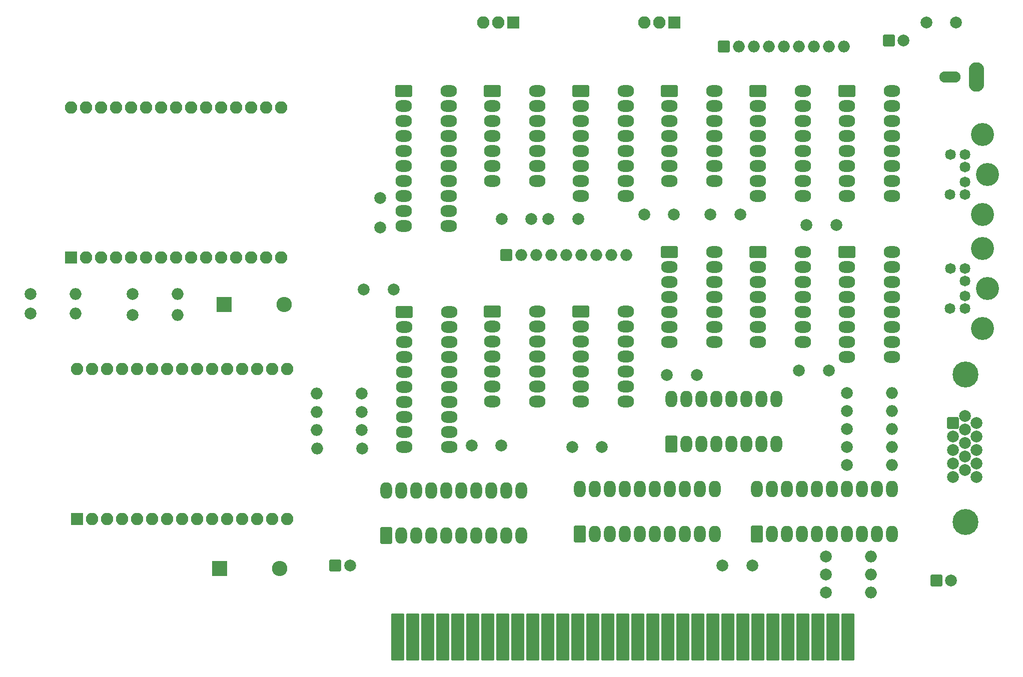
<source format=gbr>
%TF.GenerationSoftware,KiCad,Pcbnew,9.0.2*%
%TF.CreationDate,2025-12-28T20:05:54-06:00*%
%TF.ProjectId,DUALESP,4455414c-4553-4502-9e6b-696361645f70,V1.2*%
%TF.SameCoordinates,Original*%
%TF.FileFunction,Soldermask,Bot*%
%TF.FilePolarity,Negative*%
%FSLAX46Y46*%
G04 Gerber Fmt 4.6, Leading zero omitted, Abs format (unit mm)*
G04 Created by KiCad (PCBNEW 9.0.2) date 2025-12-28 20:05:54*
%MOMM*%
%LPD*%
G01*
G04 APERTURE LIST*
G04 Aperture macros list*
%AMRoundRect*
0 Rectangle with rounded corners*
0 $1 Rounding radius*
0 $2 $3 $4 $5 $6 $7 $8 $9 X,Y pos of 4 corners*
0 Add a 4 corners polygon primitive as box body*
4,1,4,$2,$3,$4,$5,$6,$7,$8,$9,$2,$3,0*
0 Add four circle primitives for the rounded corners*
1,1,$1+$1,$2,$3*
1,1,$1+$1,$4,$5*
1,1,$1+$1,$6,$7*
1,1,$1+$1,$8,$9*
0 Add four rect primitives between the rounded corners*
20,1,$1+$1,$2,$3,$4,$5,0*
20,1,$1+$1,$4,$5,$6,$7,0*
20,1,$1+$1,$6,$7,$8,$9,0*
20,1,$1+$1,$8,$9,$2,$3,0*%
G04 Aperture macros list end*
%ADD10RoundRect,0.200000X0.800000X-1.200000X0.800000X1.200000X-0.800000X1.200000X-0.800000X-1.200000X0*%
%ADD11O,2.000000X2.800000*%
%ADD12RoundRect,0.200000X0.850000X-0.850000X0.850000X0.850000X-0.850000X0.850000X-0.850000X-0.850000X0*%
%ADD13O,2.100000X2.100000*%
%ADD14C,2.000000*%
%ADD15O,2.000000X2.000000*%
%ADD16RoundRect,0.200000X-1.200000X-0.800000X1.200000X-0.800000X1.200000X0.800000X-1.200000X0.800000X0*%
%ADD17O,2.800000X2.000000*%
%ADD18RoundRect,0.200000X-0.800000X-0.800000X0.800000X-0.800000X0.800000X0.800000X-0.800000X0.800000X0*%
%ADD19RoundRect,0.200000X-0.850000X0.850000X-0.850000X-0.850000X0.850000X-0.850000X0.850000X0.850000X0*%
%ADD20RoundRect,0.200000X-1.100000X-1.100000X1.100000X-1.100000X1.100000X1.100000X-1.100000X1.100000X0*%
%ADD21O,2.600000X2.600000*%
%ADD22C,4.400000*%
%ADD23RoundRect,0.200000X0.800000X-0.800000X0.800000X0.800000X-0.800000X0.800000X-0.800000X-0.800000X0*%
%ADD24C,1.822400*%
%ADD25C,3.897580*%
%ADD26RoundRect,0.200000X-0.890000X-3.810000X0.890000X-3.810000X0.890000X3.810000X-0.890000X3.810000X0*%
%ADD27O,3.604000X1.904000*%
%ADD28O,2.604000X5.004000*%
G04 APERTURE END LIST*
D10*
%TO.C,U9*%
X144840000Y-125000000D03*
D11*
X147380000Y-125000000D03*
X149920000Y-125000000D03*
X152460000Y-125000000D03*
X155000000Y-125000000D03*
X157540000Y-125000000D03*
X160080000Y-125000000D03*
X162620000Y-125000000D03*
X165160000Y-125000000D03*
X167700000Y-125000000D03*
X167700000Y-117380000D03*
X165160000Y-117380000D03*
X162620000Y-117380000D03*
X160080000Y-117380000D03*
X157540000Y-117380000D03*
X155000000Y-117380000D03*
X152460000Y-117380000D03*
X149920000Y-117380000D03*
X147380000Y-117380000D03*
X144840000Y-117380000D03*
%TD*%
D12*
%TO.C,U16*%
X58699400Y-78155800D03*
D13*
X61239400Y-78155800D03*
X63779400Y-78155800D03*
X66319400Y-78155800D03*
X68859400Y-78155800D03*
X71399400Y-78155800D03*
X73939400Y-78155800D03*
X76479400Y-78155800D03*
X79019400Y-78155800D03*
X81559400Y-78155800D03*
X84099400Y-78155800D03*
X86639400Y-78155800D03*
X89179400Y-78155800D03*
X91719400Y-78155800D03*
X94259400Y-78155800D03*
X94259400Y-52715800D03*
X91719400Y-52715800D03*
X89179400Y-52715800D03*
X86639400Y-52715800D03*
X84099400Y-52715800D03*
X81559400Y-52715800D03*
X79019400Y-52715800D03*
X76479400Y-52715800D03*
X73939400Y-52715800D03*
X71399400Y-52715800D03*
X68859400Y-52715800D03*
X66319400Y-52715800D03*
X63779400Y-52715800D03*
X61239400Y-52715800D03*
X58699400Y-52715800D03*
%TD*%
D14*
%TO.C,R6*%
X107899200Y-101193600D03*
D15*
X100279200Y-101193600D03*
%TD*%
D14*
%TO.C,R20*%
X69088000Y-87884000D03*
D15*
X76708000Y-87884000D03*
%TD*%
D16*
%TO.C,U12*%
X115000000Y-49920000D03*
D17*
X115000000Y-52460000D03*
X115000000Y-55000000D03*
X115000000Y-57540000D03*
X115000000Y-60080000D03*
X115000000Y-62620000D03*
X115000000Y-65160000D03*
X115000000Y-67700000D03*
X115000000Y-70240000D03*
X115000000Y-72780000D03*
X122620000Y-72780000D03*
X122620000Y-70240000D03*
X122620000Y-67700000D03*
X122620000Y-65160000D03*
X122620000Y-62620000D03*
X122620000Y-60080000D03*
X122620000Y-57540000D03*
X122620000Y-55000000D03*
X122620000Y-52460000D03*
X122620000Y-49920000D03*
%TD*%
D16*
%TO.C,U7*%
X175000000Y-77220000D03*
D17*
X175000000Y-79760000D03*
X175000000Y-82300000D03*
X175000000Y-84840000D03*
X175000000Y-87380000D03*
X175000000Y-89920000D03*
X175000000Y-92460000D03*
X182620000Y-92460000D03*
X182620000Y-89920000D03*
X182620000Y-87380000D03*
X182620000Y-84840000D03*
X182620000Y-82300000D03*
X182620000Y-79760000D03*
X182620000Y-77220000D03*
%TD*%
D16*
%TO.C,U14*%
X145000000Y-49920000D03*
D17*
X145000000Y-52460000D03*
X145000000Y-55000000D03*
X145000000Y-57540000D03*
X145000000Y-60080000D03*
X145000000Y-62620000D03*
X145000000Y-65160000D03*
X145000000Y-67700000D03*
X152620000Y-67700000D03*
X152620000Y-65160000D03*
X152620000Y-62620000D03*
X152620000Y-60080000D03*
X152620000Y-57540000D03*
X152620000Y-55000000D03*
X152620000Y-52460000D03*
X152620000Y-49920000D03*
%TD*%
D18*
%TO.C,C14*%
X103418000Y-130302000D03*
D14*
X105918000Y-130302000D03*
%TD*%
D19*
%TO.C,J4*%
X160782000Y-38354000D03*
D13*
X158242000Y-38354000D03*
X155702000Y-38354000D03*
%TD*%
D14*
%TO.C,C4*%
X143510000Y-110236000D03*
X148510000Y-110236000D03*
%TD*%
%TO.C,R7*%
X107933200Y-104291000D03*
D15*
X100313200Y-104291000D03*
%TD*%
D14*
%TO.C,R13*%
X186436000Y-134874000D03*
D15*
X194056000Y-134874000D03*
%TD*%
D14*
%TO.C,R15*%
X186436000Y-128778000D03*
D15*
X194056000Y-128778000D03*
%TD*%
D19*
%TO.C,J3*%
X133596000Y-38332000D03*
D13*
X131056000Y-38332000D03*
X128516000Y-38332000D03*
%TD*%
D20*
%TO.C,D3*%
X84582000Y-86106000D03*
D21*
X94742000Y-86106000D03*
%TD*%
D20*
%TO.C,D2*%
X83820000Y-130810000D03*
D21*
X93980000Y-130810000D03*
%TD*%
D18*
%TO.C,RR1*%
X169164000Y-42418000D03*
D15*
X171704000Y-42418000D03*
X174244000Y-42418000D03*
X176784000Y-42418000D03*
X179324000Y-42418000D03*
X181864000Y-42418000D03*
X184404000Y-42418000D03*
X186944000Y-42418000D03*
X189484000Y-42418000D03*
%TD*%
D22*
%TO.C,J5*%
X210070000Y-122960000D03*
X210070000Y-97960000D03*
D23*
X208020000Y-106145000D03*
D14*
X208020000Y-108435000D03*
X208020000Y-110725000D03*
X208020000Y-113015000D03*
X208020000Y-115305000D03*
X210000000Y-105000000D03*
X210000000Y-107290000D03*
X210000000Y-109580000D03*
X210000000Y-111870000D03*
X210000000Y-114160000D03*
X211980000Y-106145000D03*
X211980000Y-108435000D03*
X211980000Y-110725000D03*
X211980000Y-113015000D03*
X211980000Y-115305000D03*
%TD*%
%TO.C,R9*%
X107950000Y-110490000D03*
D15*
X100330000Y-110490000D03*
%TD*%
D14*
%TO.C,C3*%
X155748000Y-70890000D03*
X160748000Y-70890000D03*
%TD*%
%TO.C,R14*%
X186470000Y-131850000D03*
D15*
X194090000Y-131850000D03*
%TD*%
D14*
%TO.C,C7*%
X139526000Y-71628000D03*
X144526000Y-71628000D03*
%TD*%
D10*
%TO.C,U10*%
X160274000Y-109728000D03*
D11*
X162814000Y-109728000D03*
X165354000Y-109728000D03*
X167894000Y-109728000D03*
X170434000Y-109728000D03*
X172974000Y-109728000D03*
X175514000Y-109728000D03*
X178054000Y-109728000D03*
X178054000Y-102108000D03*
X175514000Y-102108000D03*
X172974000Y-102108000D03*
X170434000Y-102108000D03*
X167894000Y-102108000D03*
X165354000Y-102108000D03*
X162814000Y-102108000D03*
X160274000Y-102108000D03*
%TD*%
D24*
%TO.C,J7*%
X210000020Y-62803560D03*
X210000020Y-65399440D03*
X210000020Y-60702980D03*
X210000020Y-67500020D03*
X207551460Y-60702980D03*
X207500660Y-67500020D03*
D25*
X212999760Y-70901080D03*
X213797320Y-64101500D03*
X212999760Y-57352720D03*
%TD*%
D26*
%TO.C,J6*%
X190220600Y-142443200D03*
X187680600Y-142443200D03*
X185140600Y-142443200D03*
X182600600Y-142443200D03*
X180060600Y-142443200D03*
X177520600Y-142443200D03*
X174980600Y-142443200D03*
X172440600Y-142443200D03*
X169900600Y-142443200D03*
X167360600Y-142443200D03*
X164820600Y-142443200D03*
X162280600Y-142443200D03*
X159740600Y-142443200D03*
X157200600Y-142443200D03*
X154660600Y-142443200D03*
X152120600Y-142443200D03*
X149580600Y-142443200D03*
X147040600Y-142443200D03*
X144500600Y-142443200D03*
X141960600Y-142443200D03*
X139420600Y-142443200D03*
X136880600Y-142443200D03*
X134340600Y-142443200D03*
X131800600Y-142443200D03*
X129260600Y-142443200D03*
X126720600Y-142443200D03*
X124180600Y-142443200D03*
X121640600Y-142443200D03*
X119100600Y-142443200D03*
X116560600Y-142443200D03*
X114020600Y-142443200D03*
%TD*%
D14*
%TO.C,R10*%
X189992000Y-107188000D03*
D15*
X197612000Y-107188000D03*
%TD*%
D10*
%TO.C,U2*%
X174760000Y-125000000D03*
D11*
X177300000Y-125000000D03*
X179840000Y-125000000D03*
X182380000Y-125000000D03*
X184920000Y-125000000D03*
X187460000Y-125000000D03*
X190000000Y-125000000D03*
X192540000Y-125000000D03*
X195080000Y-125000000D03*
X197620000Y-125000000D03*
X197620000Y-117380000D03*
X195080000Y-117380000D03*
X192540000Y-117380000D03*
X190000000Y-117380000D03*
X187460000Y-117380000D03*
X184920000Y-117380000D03*
X182380000Y-117380000D03*
X179840000Y-117380000D03*
X177300000Y-117380000D03*
X174760000Y-117380000D03*
%TD*%
D14*
%TO.C,C15*%
X203500000Y-38378000D03*
X208500000Y-38378000D03*
%TD*%
D18*
%TO.C,C16*%
X197104000Y-41402000D03*
D14*
X199604000Y-41402000D03*
%TD*%
%TO.C,C10*%
X181944000Y-97282000D03*
X186944000Y-97282000D03*
%TD*%
%TO.C,C12*%
X168990000Y-130302000D03*
X173990000Y-130302000D03*
%TD*%
%TO.C,R16*%
X189992000Y-113284000D03*
D15*
X197612000Y-113284000D03*
%TD*%
D18*
%TO.C,RR2*%
X132334000Y-77724000D03*
D15*
X134874000Y-77724000D03*
X137414000Y-77724000D03*
X139954000Y-77724000D03*
X142494000Y-77724000D03*
X145034000Y-77724000D03*
X147574000Y-77724000D03*
X150114000Y-77724000D03*
X152654000Y-77724000D03*
%TD*%
D10*
%TO.C,U18*%
X112014000Y-125222000D03*
D11*
X114554000Y-125222000D03*
X117094000Y-125222000D03*
X119634000Y-125222000D03*
X122174000Y-125222000D03*
X124714000Y-125222000D03*
X127254000Y-125222000D03*
X129794000Y-125222000D03*
X132334000Y-125222000D03*
X134874000Y-125222000D03*
X134874000Y-117602000D03*
X132334000Y-117602000D03*
X129794000Y-117602000D03*
X127254000Y-117602000D03*
X124714000Y-117602000D03*
X122174000Y-117602000D03*
X119634000Y-117602000D03*
X117094000Y-117602000D03*
X114554000Y-117602000D03*
X112014000Y-117602000D03*
%TD*%
D14*
%TO.C,C6*%
X166958000Y-70866000D03*
X171958000Y-70866000D03*
%TD*%
D16*
%TO.C,U17*%
X145000000Y-87300000D03*
D17*
X145000000Y-89840000D03*
X145000000Y-92380000D03*
X145000000Y-94920000D03*
X145000000Y-97460000D03*
X145000000Y-100000000D03*
X145000000Y-102540000D03*
X152620000Y-102540000D03*
X152620000Y-100000000D03*
X152620000Y-97460000D03*
X152620000Y-94920000D03*
X152620000Y-92380000D03*
X152620000Y-89840000D03*
X152620000Y-87300000D03*
%TD*%
D14*
%TO.C,R17*%
X189992000Y-110236000D03*
D15*
X197612000Y-110236000D03*
%TD*%
D14*
%TO.C,R8*%
X107933200Y-107389800D03*
D15*
X100313200Y-107389800D03*
%TD*%
D18*
%TO.C,C13*%
X205149000Y-132835000D03*
D14*
X207649000Y-132835000D03*
%TD*%
%TO.C,R12*%
X190026000Y-101116000D03*
D15*
X197646000Y-101116000D03*
%TD*%
D12*
%TO.C,U15*%
X59690000Y-122428000D03*
D13*
X62230000Y-122428000D03*
X64770000Y-122428000D03*
X67310000Y-122428000D03*
X69850000Y-122428000D03*
X72390000Y-122428000D03*
X74930000Y-122428000D03*
X77470000Y-122428000D03*
X80010000Y-122428000D03*
X82550000Y-122428000D03*
X85090000Y-122428000D03*
X87630000Y-122428000D03*
X90170000Y-122428000D03*
X92710000Y-122428000D03*
X95250000Y-122428000D03*
X95250000Y-96988000D03*
X92710000Y-96988000D03*
X90170000Y-96988000D03*
X87630000Y-96988000D03*
X85090000Y-96988000D03*
X82550000Y-96988000D03*
X80010000Y-96988000D03*
X77470000Y-96988000D03*
X74930000Y-96988000D03*
X72390000Y-96988000D03*
X69850000Y-96988000D03*
X67310000Y-96988000D03*
X64770000Y-96988000D03*
X62230000Y-96988000D03*
X59690000Y-96988000D03*
%TD*%
D14*
%TO.C,R18*%
X51850000Y-87654000D03*
D15*
X59470000Y-87654000D03*
%TD*%
D16*
%TO.C,U5*%
X130000000Y-49920000D03*
D17*
X130000000Y-52460000D03*
X130000000Y-55000000D03*
X130000000Y-57540000D03*
X130000000Y-60080000D03*
X130000000Y-62620000D03*
X130000000Y-65160000D03*
X137620000Y-65160000D03*
X137620000Y-62620000D03*
X137620000Y-60080000D03*
X137620000Y-57540000D03*
X137620000Y-55000000D03*
X137620000Y-52460000D03*
X137620000Y-49920000D03*
%TD*%
D16*
%TO.C,U13*%
X175000000Y-49920000D03*
D17*
X175000000Y-52460000D03*
X175000000Y-55000000D03*
X175000000Y-57540000D03*
X175000000Y-60080000D03*
X175000000Y-62620000D03*
X175000000Y-65160000D03*
X175000000Y-67700000D03*
X182620000Y-67700000D03*
X182620000Y-65160000D03*
X182620000Y-62620000D03*
X182620000Y-60080000D03*
X182620000Y-57540000D03*
X182620000Y-55000000D03*
X182620000Y-52460000D03*
X182620000Y-49920000D03*
%TD*%
D14*
%TO.C,C1*%
X110998000Y-68072000D03*
X110998000Y-73072000D03*
%TD*%
%TO.C,R21*%
X69088000Y-84328000D03*
D15*
X76708000Y-84328000D03*
%TD*%
D14*
%TO.C,C8*%
X108284000Y-83566000D03*
X113284000Y-83566000D03*
%TD*%
D24*
%TO.C,J8*%
X210000020Y-82100560D03*
X210000020Y-84696440D03*
X210000020Y-79999980D03*
X210000020Y-86797020D03*
X207551460Y-79999980D03*
X207500660Y-86797020D03*
D25*
X212999760Y-90198080D03*
X213797320Y-83398500D03*
X212999760Y-76649720D03*
%TD*%
D16*
%TO.C,U6*%
X160000000Y-49920000D03*
D17*
X160000000Y-52460000D03*
X160000000Y-55000000D03*
X160000000Y-57540000D03*
X160000000Y-60080000D03*
X160000000Y-62620000D03*
X160000000Y-65160000D03*
X167620000Y-65160000D03*
X167620000Y-62620000D03*
X167620000Y-60080000D03*
X167620000Y-57540000D03*
X167620000Y-55000000D03*
X167620000Y-52460000D03*
X167620000Y-49920000D03*
%TD*%
D14*
%TO.C,C2*%
X131618000Y-71652000D03*
X136618000Y-71652000D03*
%TD*%
D16*
%TO.C,U11*%
X190000000Y-77220000D03*
D17*
X190000000Y-79760000D03*
X190000000Y-82300000D03*
X190000000Y-84840000D03*
X190000000Y-87380000D03*
X190000000Y-89920000D03*
X190000000Y-92460000D03*
X190000000Y-95000000D03*
X197620000Y-95000000D03*
X197620000Y-92460000D03*
X197620000Y-89920000D03*
X197620000Y-87380000D03*
X197620000Y-84840000D03*
X197620000Y-82300000D03*
X197620000Y-79760000D03*
X197620000Y-77220000D03*
%TD*%
D16*
%TO.C,U8*%
X160000000Y-77220000D03*
D17*
X160000000Y-79760000D03*
X160000000Y-82300000D03*
X160000000Y-84840000D03*
X160000000Y-87380000D03*
X160000000Y-89920000D03*
X160000000Y-92460000D03*
X167620000Y-92460000D03*
X167620000Y-89920000D03*
X167620000Y-87380000D03*
X167620000Y-84840000D03*
X167620000Y-82300000D03*
X167620000Y-79760000D03*
X167620000Y-77220000D03*
%TD*%
D14*
%TO.C,R19*%
X51816000Y-84328000D03*
D15*
X59436000Y-84328000D03*
%TD*%
D16*
%TO.C,U4*%
X130000000Y-87300000D03*
D17*
X130000000Y-89840000D03*
X130000000Y-92380000D03*
X130000000Y-94920000D03*
X130000000Y-97460000D03*
X130000000Y-100000000D03*
X130000000Y-102540000D03*
X137620000Y-102540000D03*
X137620000Y-100000000D03*
X137620000Y-97460000D03*
X137620000Y-94920000D03*
X137620000Y-92380000D03*
X137620000Y-89840000D03*
X137620000Y-87300000D03*
%TD*%
D16*
%TO.C,SW1*%
X190000000Y-49920000D03*
D17*
X190000000Y-52460000D03*
X190000000Y-55000000D03*
X190000000Y-57540000D03*
X190000000Y-60080000D03*
X190000000Y-62620000D03*
X190000000Y-65160000D03*
X190000000Y-67700000D03*
X197620000Y-67700000D03*
X197620000Y-65160000D03*
X197620000Y-62620000D03*
X197620000Y-60080000D03*
X197620000Y-57540000D03*
X197620000Y-55000000D03*
X197620000Y-52460000D03*
X197620000Y-49920000D03*
%TD*%
D16*
%TO.C,U19*%
X115062000Y-87376000D03*
D17*
X115062000Y-89916000D03*
X115062000Y-92456000D03*
X115062000Y-94996000D03*
X115062000Y-97536000D03*
X115062000Y-100076000D03*
X115062000Y-102616000D03*
X115062000Y-105156000D03*
X115062000Y-107696000D03*
X115062000Y-110236000D03*
X122682000Y-110236000D03*
X122682000Y-107696000D03*
X122682000Y-105156000D03*
X122682000Y-102616000D03*
X122682000Y-100076000D03*
X122682000Y-97536000D03*
X122682000Y-94996000D03*
X122682000Y-92456000D03*
X122682000Y-89916000D03*
X122682000Y-87376000D03*
%TD*%
D14*
%TO.C,C5*%
X126538000Y-110006000D03*
X131538000Y-110006000D03*
%TD*%
D27*
%TO.C,J9*%
X207496000Y-47601500D03*
D28*
X211996000Y-47601500D03*
%TD*%
D14*
%TO.C,C9*%
X159592000Y-98044000D03*
X164592000Y-98044000D03*
%TD*%
%TO.C,C11*%
X183214000Y-72644000D03*
X188214000Y-72644000D03*
%TD*%
%TO.C,R11*%
X189992000Y-104140000D03*
D15*
X197612000Y-104140000D03*
%TD*%
M02*

</source>
